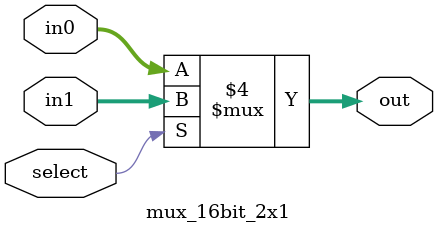
<source format=v>
`timescale 1ns / 1ps
module mux_16bit_2x1(out, in0, in1, select);
    
   input select;
	input [15:0]in0;
	input [15:0]in1;
	output reg [15:0]out;

	
	wire select;
	//wire[1:0] in;
	always @(select or in0 or in1)
	begin
	  if (select == 0)
		 out = in0;
	  else
		 out = in1;
	end


endmodule

</source>
